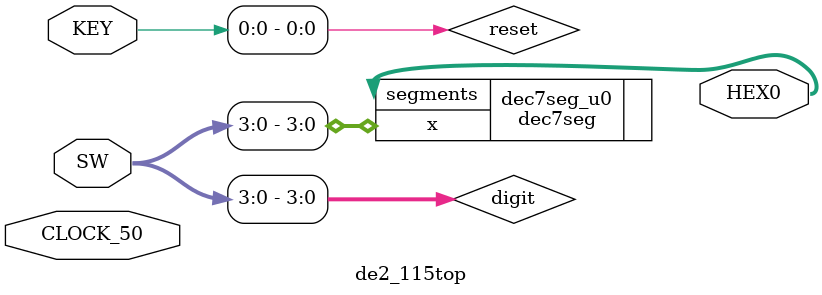
<source format=sv>
`timescale 1ns / 1ps
`default_nettype none

module de2_115top
	(
		////////////////////	Clock Input	 	////////////////////	 
		input 	wire 			 CLOCK_50,			//	50 MHz
		////////////////////////	Push Button		////////////////////////
		input	 	wire  [3:0]	 KEY,					//	Pushbutton[3:0]
		////////////////////	DPDT Switch		////////////////////
		input 	wire 	[17:0] SW,					//	Toggle Switch[17:0]
		////////////////////	7-SEG Display  ////////////////////
		output 	logic [6:0]  HEX0 				// 7-segment display
	);

	logic [3:0] digit;
	logic reset;

	//--------------------------------------------------------------------------
	assign digit = SW[3:0];
	assign reset = KEY[0];
	//--------------------------------------------------------------------------
	//	Output Logic
	//--------------------------------------------------------------------------
	dec7seg dec7seg_u0 (.x(digit), .segments(HEX0));
   //--------------------------------------------------------------------------	

endmodule

</source>
